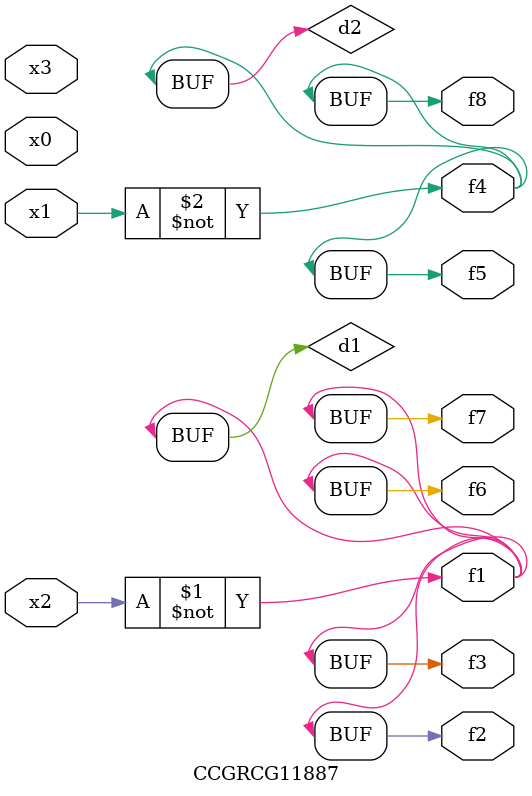
<source format=v>
module CCGRCG11887(
	input x0, x1, x2, x3,
	output f1, f2, f3, f4, f5, f6, f7, f8
);

	wire d1, d2;

	xnor (d1, x2);
	not (d2, x1);
	assign f1 = d1;
	assign f2 = d1;
	assign f3 = d1;
	assign f4 = d2;
	assign f5 = d2;
	assign f6 = d1;
	assign f7 = d1;
	assign f8 = d2;
endmodule

</source>
